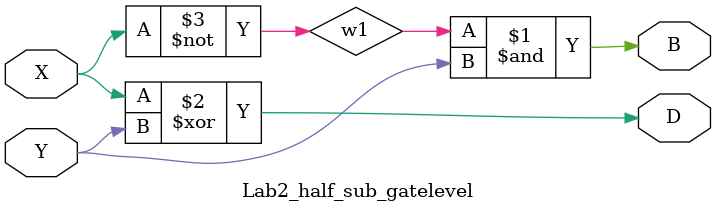
<source format=v>
module Lab2_half_sub_gatelevel (input X,Y,output D,B);
    wire w1;

    not (w1,X);
    and #(10) (B,w1,Y);
    xor #(20) (D,X,Y);


endmodule
</source>
